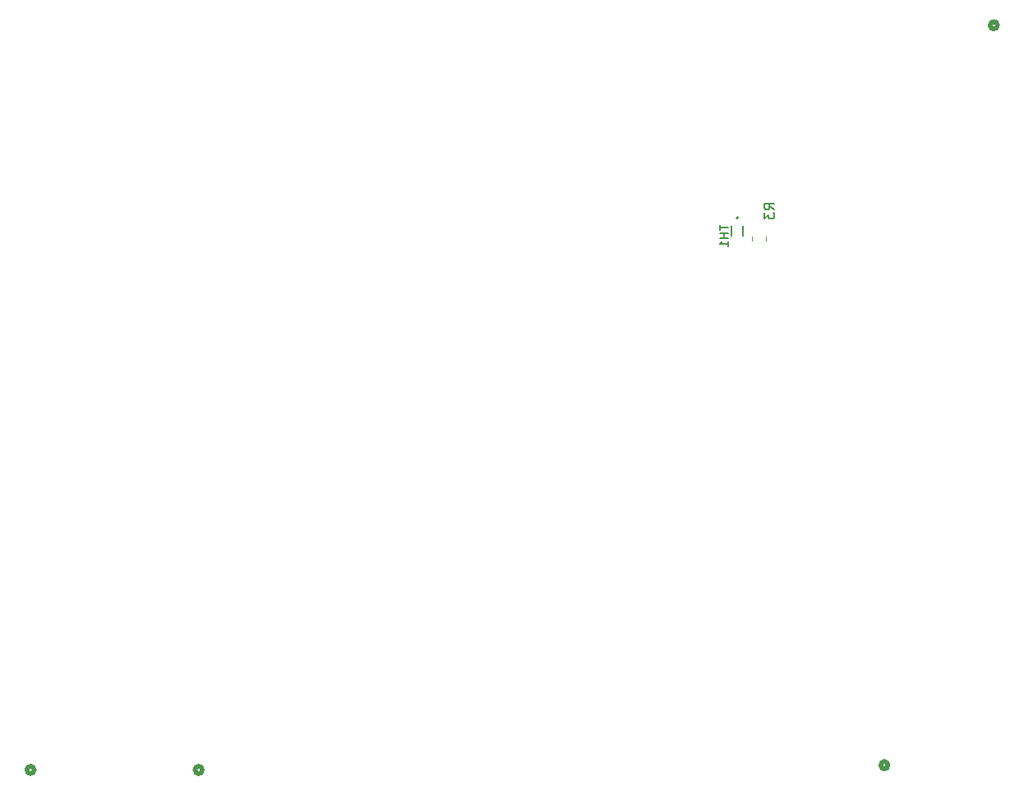
<source format=gbr>
%TF.GenerationSoftware,KiCad,Pcbnew,7.0.6-0*%
%TF.CreationDate,2024-04-05T07:01:27-03:00*%
%TF.ProjectId,Buoy,42756f79-2e6b-4696-9361-645f70636258,rev?*%
%TF.SameCoordinates,Original*%
%TF.FileFunction,Legend,Bot*%
%TF.FilePolarity,Positive*%
%FSLAX46Y46*%
G04 Gerber Fmt 4.6, Leading zero omitted, Abs format (unit mm)*
G04 Created by KiCad (PCBNEW 7.0.6-0) date 2024-04-05 07:01:27*
%MOMM*%
%LPD*%
G01*
G04 APERTURE LIST*
%ADD10C,0.150000*%
%ADD11C,0.508000*%
%ADD12C,0.127000*%
%ADD13C,0.200000*%
%ADD14C,0.120000*%
G04 APERTURE END LIST*
D10*
X191695676Y-73021627D02*
X191695676Y-73535913D01*
X192595676Y-73278770D02*
X191695676Y-73278770D01*
X192595676Y-73835912D02*
X191695676Y-73835912D01*
X192124247Y-73835912D02*
X192124247Y-74350198D01*
X192595676Y-74350198D02*
X191695676Y-74350198D01*
X192595676Y-75250198D02*
X192595676Y-74735912D01*
X192595676Y-74993055D02*
X191695676Y-74993055D01*
X191695676Y-74993055D02*
X191824247Y-74907341D01*
X191824247Y-74907341D02*
X191909961Y-74821626D01*
X191909961Y-74821626D02*
X191952819Y-74735912D01*
X197314819Y-71413333D02*
X196838628Y-71080000D01*
X197314819Y-70841905D02*
X196314819Y-70841905D01*
X196314819Y-70841905D02*
X196314819Y-71222857D01*
X196314819Y-71222857D02*
X196362438Y-71318095D01*
X196362438Y-71318095D02*
X196410057Y-71365714D01*
X196410057Y-71365714D02*
X196505295Y-71413333D01*
X196505295Y-71413333D02*
X196648152Y-71413333D01*
X196648152Y-71413333D02*
X196743390Y-71365714D01*
X196743390Y-71365714D02*
X196791009Y-71318095D01*
X196791009Y-71318095D02*
X196838628Y-71222857D01*
X196838628Y-71222857D02*
X196838628Y-70841905D01*
X196314819Y-71746667D02*
X196314819Y-72365714D01*
X196314819Y-72365714D02*
X196695771Y-72032381D01*
X196695771Y-72032381D02*
X196695771Y-72175238D01*
X196695771Y-72175238D02*
X196743390Y-72270476D01*
X196743390Y-72270476D02*
X196791009Y-72318095D01*
X196791009Y-72318095D02*
X196886247Y-72365714D01*
X196886247Y-72365714D02*
X197124342Y-72365714D01*
X197124342Y-72365714D02*
X197219580Y-72318095D01*
X197219580Y-72318095D02*
X197267200Y-72270476D01*
X197267200Y-72270476D02*
X197314819Y-72175238D01*
X197314819Y-72175238D02*
X197314819Y-71889524D01*
X197314819Y-71889524D02*
X197267200Y-71794286D01*
X197267200Y-71794286D02*
X197219580Y-71746667D01*
D11*
%TO.C,J7*%
X121082400Y-129185000D02*
G75*
G03*
X121082400Y-129185000I-381000J0D01*
G01*
%TO.C,J14*%
X220321000Y-52422000D02*
G75*
G03*
X220321000Y-52422000I-381000J0D01*
G01*
%TO.C,J8*%
X209042400Y-128705000D02*
G75*
G03*
X209042400Y-128705000I-381000J0D01*
G01*
%TO.C,J11*%
X138401693Y-129185707D02*
G75*
G03*
X138401693Y-129185707I-381000J0D01*
G01*
D12*
%TO.C,TH1*%
X194132500Y-73075000D02*
X194132500Y-74075000D01*
X192902500Y-73075000D02*
X192902500Y-74075000D01*
D13*
X193617500Y-72275000D02*
G75*
G03*
X193617500Y-72275000I-100000J0D01*
G01*
D14*
%TO.C,R3*%
X196462500Y-74177936D02*
X196462500Y-74632064D01*
X194992500Y-74177936D02*
X194992500Y-74632064D01*
%TD*%
M02*

</source>
